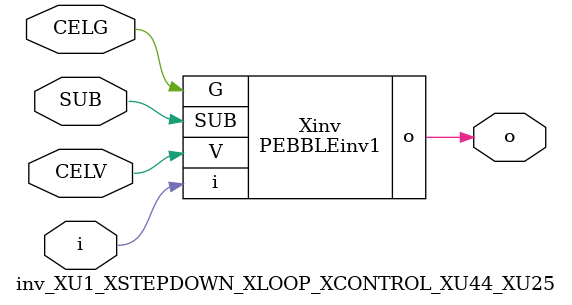
<source format=v>



module PEBBLEinv1 ( o, G, SUB, V, i );

  input V;
  input i;
  input G;
  output o;
  input SUB;
endmodule

//Celera Confidential Do Not Copy inv_XU1_XSTEPDOWN_XLOOP_XCONTROL_XU44_XU25
//Celera Confidential Symbol Generator
//5V Inverter
module inv_XU1_XSTEPDOWN_XLOOP_XCONTROL_XU44_XU25 (CELV,CELG,i,o,SUB);
input CELV;
input CELG;
input i;
input SUB;
output o;

//Celera Confidential Do Not Copy inv
PEBBLEinv1 Xinv(
.V (CELV),
.i (i),
.o (o),
.SUB (SUB),
.G (CELG)
);
//,diesize,PEBBLEinv1

//Celera Confidential Do Not Copy Module End
//Celera Schematic Generator
endmodule

</source>
